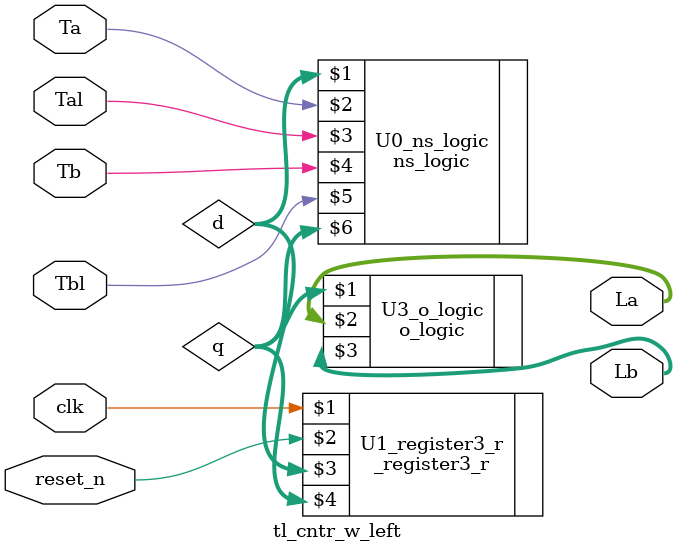
<source format=v>
module tl_cntr_w_left(clk,reset_n,Ta,Tal,Tb,Tbl,La,Lb);
	input clk,reset_n,Ta,Tal,Tb,Tbl;
	output [1:0]La,Lb;
	
	wire [2:0]d,q;
	
	ns_logic U0_ns_logic(d,Ta,Tal,Tb,Tbl,q);//register input = next state
	_register3_r U1_register3_r(clk,reset_n,d,q); //memory
	o_logic U3_o_logic(q,La,Lb);//register output = current state
	
endmodule
</source>
